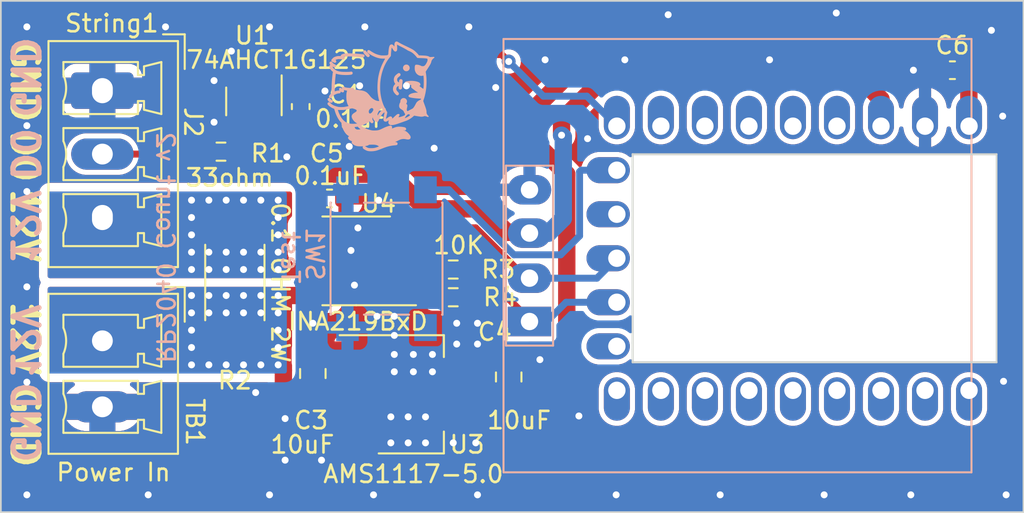
<source format=kicad_pcb>
(kicad_pcb (version 20240108) (generator "pcbnew") (generator_version "8.0")
  (title_block (title "RP2040 Count") (date "2024-02-11") (rev "v2"))
  (layers (0 "F.Cu" signal) (31 "B.Cu" signal) (34 "B.Paste" user) (35 "F.Paste" user) (36 "B.SilkS" user "B.Silkscreen") (37 "F.SilkS" user "F.Silkscreen") (38 "B.Mask" user) (39 "F.Mask" user) (44 "Edge.Cuts" user))
  (net 0 "")
  (net 1 "+5V")
  (net 2 "GND")
  (net 3 "VIN1")
  (net 4 "+3.3V")
  (net 5 "/DOUT1")
  (net 6 "VOUT1")
  (net 7 "I2C_SDA")
  (net 8 "I2C_SCL")
  (net 9 "Net-(R1-Pad2)")
  (net 10 "Net-(U4-A0)")
  (net 11 "Net-(U4-A1)")
  (net 12 "SW1")
  (net 13 "OUT1")
  (footprint "Resistor_SMD:R_2512_6332Metric_Pad1.40x3.35mm_HandSolder" (layer "F.Cu") (at 113 88.75 90)
    (property "Reference" "R2" (at -5.65 0 180) (layer "F.SilkS"))
    (property "Value" "0.1 OHM 2W" (at 0 2.62 -90) (layer "F.SilkS"))
    (pad "1" smd roundrect (at -3.05 0 90) (size 1.4 3.35) (layers "F.Cu" "F.Paste" "F.Mask") (roundrect_rratio 0.1785707143) (net 3 "VIN1"))
    (pad "2" smd roundrect (at 3.05 0 90) (size 1.4 3.35) (layers "F.Cu" "F.Paste" "F.Mask") (roundrect_rratio 0.1785707143) (net 6 "VOUT1"))
  )
  (footprint "Connector_Phoenix_MC:PhoenixContact_MCV_1,5_2-G-3.81_1x02_P3.81mm_Vertical" (layer "F.Cu") (at 105.3575 92.1125 -90)
    (property "Reference" "TB1" (at 4.6875 -5.3425 -90) (layer "F.SilkS"))
    (property "Value" "Power In" (at 7.5875 -0.6425 0) (layer "F.SilkS"))
    (pad "1" thru_hole roundrect (at 0 0 270) (size 1.8 3.6) (drill 1.2) (layers "*.Cu" "*.Mask") (roundrect_rratio 0.1388888889) (net 3 "VIN1"))
    (pad "2" thru_hole oval (at 3.81 0 270) (size 1.8 3.6) (drill 1.2) (layers "*.Cu" "*.Mask") (net 2 "GND") (thermal_bridge_width 1.5))
  )
  (footprint "Resistor_SMD:R_0603_1608Metric_Pad0.98x0.95mm_HandSolder" (layer "F.Cu") (at 125.6 88)
    (property "Reference" "R3" (at 2.6 0 0) (layer "F.SilkS"))
    (property "Value" "10K" (at 0.3125 -1.4 0) (layer "F.SilkS"))
    (pad "1" smd roundrect (at -0.9125 0) (size 0.975 0.95) (layers "F.Cu" "F.Paste" "F.Mask") (net 10 "Net-(U4-A0)"))
    (pad "2" smd roundrect (at 0.9125 0) (size 0.975 0.95) (layers "F.Cu" "F.Paste" "F.Mask") (net 2 "GND"))
  )
  (footprint "Capacitor_SMD:C_0603_1608Metric_Pad1.08x0.95mm_HandSolder" (layer "F.Cu") (at 154.4 76.5)
    (property "Reference" "C6" (at 0 -1.43 0) (layer "F.SilkS"))
    (property "Value" "0.1uF")
    (pad "1" smd roundrect (at -0.8625 0) (size 1.075 0.95) (layers "F.Cu" "F.Paste" "F.Mask") (net 2 "GND") (thermal_gap 0.25))
    (pad "2" smd roundrect (at 0.8625 0) (size 1.075 0.95) (layers "F.Cu" "F.Paste" "F.Mask") (net 1 "+5V"))
  )
  (footprint "Capacitor_SMD:C_0603_1608Metric_Pad1.08x0.95mm_HandSolder" (layer "F.Cu") (at 116.8 78.6 90)
    (property "Reference" "C1" (at 0.7 2.6 180) (layer "F.SilkS"))
    (property "Value" "0.1uF" (at -0.7 2.9 180) (layer "F.SilkS"))
    (pad "1" smd roundrect (at -0.8625 0 90) (size 1.075 0.95) (layers "F.Cu" "F.Paste" "F.Mask") (net 1 "+5V"))
    (pad "2" smd roundrect (at 0.8625 0 90) (size 1.075 0.95) (layers "F.Cu" "F.Paste" "F.Mask") (net 2 "GND") (thermal_gap 0.25))
  )
  (footprint "Package_SO:TSOP-5_1.65x3.05mm_P0.95mm" (layer "F.Cu") (at 114.1 78.3 -90)
    (property "Reference" "U1" (at -3.8 0.1 180) (layer "F.SilkS"))
    (property "Value" "74AHCT1G125" (at -2.4 -1.3 180) (layer "F.SilkS"))
    (pad "1" smd rect (at -1.16 -0.95 270) (size 0.7 0.51) (layers "F.Cu" "F.Paste" "F.Mask") (net 2 "GND") (thermal_gap 0.25))
    (pad "2" smd rect (at -1.16 0 270) (size 0.7 0.51) (layers "F.Cu" "F.Paste" "F.Mask") (net 13 "OUT1"))
    (pad "3" smd rect (at -1.16 0.95 270) (size 0.7 0.51) (layers "F.Cu" "F.Paste" "F.Mask") (net 2 "GND") (thermal_gap 0.25))
    (pad "4" smd rect (at 1.16 0.95 270) (size 0.7 0.51) (layers "F.Cu" "F.Paste" "F.Mask") (net 9 "Net-(R1-Pad2)"))
    (pad "5" smd rect (at 1.16 -0.95 270) (size 0.7 0.51) (layers "F.Cu" "F.Paste" "F.Mask") (net 1 "+5V"))
  )
  (footprint "Package_SO:SOIC-8_3.9x4.9mm_P1.27mm" (layer "F.Cu") (at 120 87.5 180)
    (property "Reference" "U4" (at -1.3 3.3 0) (layer "F.SilkS"))
    (property "Value" "INA219BxD" (at -0.1 -3.5 0) (layer "F.SilkS"))
    (pad "1" smd roundrect (at -2.475 -1.905 180) (size 1.95 0.6) (layers "F.Cu" "F.Paste" "F.Mask") (net 11 "Net-(U4-A1)"))
    (pad "2" smd roundrect (at -2.475 -0.635 180) (size 1.95 0.6) (layers "F.Cu" "F.Paste" "F.Mask") (net 10 "Net-(U4-A0)"))
    (pad "3" smd roundrect (at -2.475 0.635 180) (size 1.95 0.6) (layers "F.Cu" "F.Paste" "F.Mask") (net 7 "I2C_SDA"))
    (pad "4" smd roundrect (at -2.475 1.905 180) (size 1.95 0.6) (layers "F.Cu" "F.Paste" "F.Mask") (net 8 "I2C_SCL"))
    (pad "5" smd roundrect (at 2.475 1.905 180) (size 1.95 0.6) (layers "F.Cu" "F.Paste" "F.Mask") (net 4 "+3.3V"))
    (pad "6" smd roundrect (at 2.475 0.635 180) (size 1.95 0.6) (layers "F.Cu" "F.Paste" "F.Mask") (net 2 "GND"))
    (pad "7" smd roundrect (at 2.475 -0.635 180) (size 1.95 0.6) (layers "F.Cu" "F.Paste" "F.Mask") (net 6 "VOUT1"))
    (pad "8" smd roundrect (at 2.475 -1.905 180) (size 1.95 0.6) (layers "F.Cu" "F.Paste" "F.Mask") (net 3 "VIN1"))
  )
  (footprint "Capacitor_SMD:C_0805_2012Metric_Pad1.18x1.45mm_HandSolder" (layer "F.Cu") (at 128.8 94.2 90)
    (property "Reference" "C4" (at 2.6 -0.8 180) (layer "F.SilkS"))
    (property "Value" "10uF" (at -2.5 0.6 180) (layer "F.SilkS"))
    (pad "1" smd roundrect (at -1.0375 0 90) (size 1.175 1.45) (layers "F.Cu" "F.Paste" "F.Mask") (roundrect_rratio 0.2127659574) (net 1 "+5V"))
    (pad "2" smd roundrect (at 1.0375 0 90) (size 1.175 1.45) (layers "F.Cu" "F.Paste" "F.Mask") (roundrect_rratio 0.2127659574) (net 2 "GND"))
  )
  (footprint "mcu:rp2040-zero-tht" (layer "F.Cu") (at 145.2 87.35 -90)
    (property "Reference" "U2" (hide yes))
    (property "Value" "rp2040-zero" (hide yes))
    (fp_line (start -6 9.25) (end 6 9.25) (stroke (width 0.12)) (layer "Edge.Cuts"))
    (fp_line (start 6 9.25) (end 6 -11.75) (stroke (width 0.12)) (layer "Edge.Cuts"))
    (fp_line (start -6 -11.75) (end -6 9.25) (stroke (width 0.12)) (layer "Edge.Cuts"))
    (pad "1" thru_hole oval (at 7.62 -10.16 90) (size 2.5 1.5) (drill 1 (offset -0.5 0)) (layers "*.Cu" "*.Mask"))
    (pad "2" thru_hole oval (at 7.62 -7.62 90) (size 2.5 1.5) (drill 1 (offset -0.5 0)) (layers "*.Cu" "*.Mask"))
    (pad "3" thru_hole oval (at 7.62 -5.08 90) (size 2.5 1.5) (drill 1 (offset -0.5 0)) (layers "*.Cu" "*.Mask"))
    (pad "4" thru_hole oval (at 7.62 -2.54 90) (size 2.5 1.5) (drill 1 (offset -0.5 0)) (layers "*.Cu" "*.Mask"))
    (pad "5" thru_hole oval (at 7.62 0 90) (size 2.5 1.5) (drill 1 (offset -0.5 0)) (layers "*.Cu" "*.Mask"))
    (pad "6" thru_hole oval (at 7.62 2.54 90) (size 2.5 1.5) (drill 1 (offset -0.5 0)) (layers "*.Cu" "*.Mask"))
    (pad "7" thru_hole oval (at 7.62 5.08 90) (size 2.5 1.5) (drill 1 (offset -0.5 0)) (layers "*.Cu" "*.Mask"))
    (pad "8" thru_hole oval (at 7.62 7.62 90) (size 2.5 1.5) (drill 1 (offset -0.5 0)) (layers "*.Cu" "*.Mask"))
    (pad "9" thru_hole oval (at 7.62 10.16 90) (size 2.5 1.5) (drill 1 (offset -0.5 0)) (layers "*.Cu" "*.Mask"))
    (pad "10" thru_hole oval (at 5.08 10.16) (size 2.5 1.5) (drill 1 (offset -0.5 0)) (layers "*.Cu" "*.Mask"))
    (pad "11" thru_hole oval (at 2.54 10.16) (size 2.5 1.5) (drill 1 (offset -0.5 0)) (layers "*.Cu" "*.Mask") (net 7 "I2C_SDA"))
    (pad "12" thru_hole oval (at 0 10.16) (size 2.5 1.5) (drill 1 (offset -0.5 0)) (layers "*.Cu" "*.Mask") (net 8 "I2C_SCL"))
    (pad "13" thru_hole oval (at -2.54 10.16) (size 2.5 1.5) (drill 1 (offset -0.5 0)) (layers "*.Cu" "*.Mask"))
    (pad "14" thru_hole oval (at -5.08 10.16) (size 2.5 1.5) (drill 1 (offset -0.5 0)) (layers "*.Cu" "*.Mask") (net 12 "SW1"))
    (pad "15" thru_hole oval (at -7.62 10.16 270) (size 2.5 1.5) (drill 1 (offset -0.5 0)) (layers "*.Cu" "*.Mask") (net 13 "OUT1"))
    (pad "16" thru_hole oval (at -7.62 7.62 270) (size 2.5 1.5) (drill 1 (offset -0.5 0)) (layers "*.Cu" "*.Mask"))
    (pad "17" thru_hole oval (at -7.62 5.08 270) (size 2.5 1.5) (drill 1 (offset -0.5 0)) (layers "*.Cu" "*.Mask"))
    (pad "18" thru_hole oval (at -7.62 2.54 270) (size 2.5 1.5) (drill 1 (offset -0.5 0)) (layers "*.Cu" "*.Mask"))
    (pad "19" thru_hole oval (at -7.62 0 270) (size 2.5 1.5) (drill 1 (offset -0.5 0)) (layers "*.Cu" "*.Mask"))
    (pad "20" thru_hole oval (at -7.62 -2.54 270) (size 2.5 1.5) (drill 1 (offset -0.5 0)) (layers "*.Cu" "*.Mask"))
    (pad "21" thru_hole oval (at -7.62 -5.08 270) (size 2.5 1.5) (drill 1 (offset -0.5 0)) (layers "*.Cu" "*.Mask") (net 4 "+3.3V"))
    (pad "22" thru_hole oval (at -7.62 -7.62 270) (size 2.5 1.5) (drill 1 (offset -0.5 0)) (layers "*.Cu" "*.Mask") (net 2 "GND"))
    (pad "23" thru_hole oval (at -7.62 -10.16 270) (size 2.5 1.5) (drill 1 (offset -0.5 0)) (layers "*.Cu" "*.Mask") (net 1 "+5V"))
  )
  (footprint "Resistor_SMD:R_0603_1608Metric_Pad0.98x0.95mm_HandSolder" (layer "F.Cu") (at 112.2 81.2)
    (property "Reference" "R1" (at 2.7 0.1 0) (layer "F.SilkS"))
    (property "Value" "33ohm" (at 0.5 1.5 0) (layer "F.SilkS"))
    (pad "1" smd roundrect (at -0.9125 0) (size 0.975 0.95) (layers "F.Cu" "F.Paste" "F.Mask") (net 5 "/DOUT1"))
    (pad "2" smd roundrect (at 0.9125 0) (size 0.975 0.95) (layers "F.Cu" "F.Paste" "F.Mask") (net 9 "Net-(R1-Pad2)"))
  )
  (footprint "Package_TO_SOT_SMD:SOT-223-3_TabPin2" (layer "F.Cu") (at 123.15 95.2)
    (property "Reference" "U3" (at 3.25 2.9 0) (layer "F.SilkS"))
    (property "Value" "AMS1117-5.0" (at 0.15 4.6 0) (layer "F.SilkS"))
    (pad "1" smd rect (at -3.15 -2.3) (size 2 1.5) (layers "F.Cu" "F.Paste" "F.Mask") (net 2 "GND") (thermal_bridge_width 2) (thermal_gap 0.25))
    (pad "2" smd rect (at -3.15 0) (size 2 1.5) (layers "F.Cu" "F.Paste" "F.Mask") (net 1 "+5V"))
    (pad "2" smd rect (at 3.15 0) (size 2 3.8) (layers "F.Cu" "F.Paste" "F.Mask") (net 1 "+5V"))
    (pad "3" smd rect (at -3.15 2.3) (size 2 1.5) (layers "F.Cu" "F.Paste" "F.Mask") (net 3 "VIN1"))
  )
  (footprint "Capacitor_SMD:C_0603_1608Metric_Pad1.08x0.95mm_HandSolder" (layer "F.Cu") (at 118.4625 83.9)
    (property "Reference" "C5" (at -0.1625 -2.6 0) (layer "F.SilkS"))
    (property "Value" "0.1uF" (at 0.0375 -1.3 0) (layer "F.SilkS"))
    (pad "1" smd roundrect (at -0.8625 0) (size 1.075 0.95) (layers "F.Cu" "F.Paste" "F.Mask") (net 4 "+3.3V"))
    (pad "2" smd roundrect (at 0.8625 0) (size 1.075 0.95) (layers "F.Cu" "F.Paste" "F.Mask") (net 2 "GND"))
  )
  (footprint "Capacitor_SMD:C_0805_2012Metric_Pad1.18x1.45mm_HandSolder" (layer "F.Cu") (at 117.5 94 90)
    (property "Reference" "C3" (at -2.7 -0.1 180) (layer "F.SilkS"))
    (property "Value" "10uF" (at -4.1 -0.6 180) (layer "F.SilkS"))
    (pad "1" smd roundrect (at -1.0375 0 90) (size 1.175 1.45) (layers "F.Cu" "F.Paste" "F.Mask") (roundrect_rratio 0.2127659574) (net 3 "VIN1"))
    (pad "2" smd roundrect (at 1.0375 0 90) (size 1.175 1.45) (layers "F.Cu" "F.Paste" "F.Mask") (roundrect_rratio 0.2127659574) (net 2 "GND") (thermal_bridge_width 1.5) (thermal_gap 0.25))
  )
  (footprint "Resistor_SMD:R_0603_1608Metric_Pad0.98x0.95mm_HandSolder" (layer "F.Cu") (at 125.6 89.6)
    (property "Reference" "R4" (at 2.7 0 0) (layer "F.SilkS"))
    (property "Value" "10K")
    (pad "1" smd roundrect (at -0.9125 0) (size 0.975 0.95) (layers "F.Cu" "F.Paste" "F.Mask") (net 11 "Net-(U4-A1)"))
    (pad "2" smd roundrect (at 0.9125 0) (size 0.975 0.95) (layers "F.Cu" "F.Paste" "F.Mask") (net 2 "GND"))
  )
  (footprint "Scotts:PhoenixContact_MCV_3.81mm_3.5mm_1x03_Vertical" (layer "F.Cu") (at 105.3575 77.53 -90)
    (property "Reference" "J2" (at 1.97 -5.2425 -90) (layer "F.SilkS"))
    (property "Value" "String1" (at -3.73 -0.5425 0) (layer "F.SilkS"))
    (pad "1" thru_hole roundrect (at 0.15 0 270) (size 2.1 3.6) (drill oval 1.45 1.2) (layers "*.Cu" "*.Mask") (roundrect_rratio 0.1388890476) (net 2 "GND") (thermal_bridge_width 1.5))
    (pad "2" thru_hole oval (at 3.81 0 270) (size 1.8 3.6) (drill 1.2) (layers "*.Cu" "*.Mask") (net 5 "/DOUT1"))
    (pad "3" thru_hole oval (at 7.47 0 270) (size 2.1 3.6) (drill oval 1.45 1.2) (layers "*.Cu" "*.Mask") (net 6 "VOUT1"))
  )
  (footprint "Scotts:chewi_10" (layer "B.Cu") (at 122.2 78.15 90)
    (property "Reference" "G***")
    (property "Value" "LOGO" (hide yes))
  )
  (footprint "Scotts:OLED-SSD1306-128X64-I2C-THT_SCOTT2" (layer "B.Cu") (at 130 87.2 -90)
    (property "Reference" "J3" (hide yes))
    (property "Value" "OLED")
    (pad "1" thru_hole rect (at 3.8 0 270) (size 1.7 2.5) (drill 1) (layers "*.Cu" "*.Mask") (net 7 "I2C_SDA"))
    (pad "2" thru_hole oval (at 1.3 0 270) (size 1.7 2.5) (drill 1) (layers "*.Cu" "*.Mask") (net 8 "I2C_SCL"))
    (pad "3" thru_hole oval (at -1.3 0 270) (size 1.7 2.5) (drill 1) (layers "*.Cu" "*.Mask") (net 4 "+3.3V"))
    (pad "4" thru_hole oval (at -3.8 0 270) (size 1.7 2.5) (drill 1) (layers "*.Cu" "*.Mask") (net 2 "GND"))
  )
  (footprint "Button_Switch_SMD:SW_Push_1P1T_NO_6x6mm_H9.5mm" (layer "B.Cu") (at 121.75 87.375 90)
    (property "Reference" "SW1" (at 0.275 -4.15 -90) (layer "B.SilkS") (effects (justify mirror)))
    (property "Value" "Test" (at 0.075 -5.55 -90) (layer "B.SilkS") (effects (justify mirror)))
    (pad "1" smd rect (at -3.975 2.25 90) (size 1.55 1.3) (layers "B.Cu" "B.Paste" "B.Mask") (net 12 "SW1"))
    (pad "1" smd rect (at 3.975 2.25 90) (size 1.55 1.3) (layers "B.Cu" "B.Paste" "B.Mask") (net 12 "SW1"))
    (pad "2" smd rect (at -3.975 -2.25 90) (size 1.55 1.3) (layers "B.Cu" "B.Paste" "B.Mask") (net 2 "GND"))
    (pad "2" smd rect (at 3.975 -2.25 90) (size 1.55 1.3) (layers "B.Cu" "B.Paste" "B.Mask") (net 2 "GND"))
  )
  (gr_line (start 156.95 81.35) (end 156.95 93.35) (stroke (width 0.1)) (layer "Edge.Cuts"))
  (gr_rect (start 99.5 72.5) (end 158.5 102) (stroke (width 0.1)) (fill none) (layer "Edge.Cuts"))
  (gr_text "GND" (at 100 99.3 -90) (layer "B.SilkS") (effects (font (size 1.5 1.5) (thickness 0.3) (bold yes)) (justify left bottom mirror)))
  (gr_text "12V" (at 100 94.4 -90) (layer "B.SilkS") (effects (font (size 1.5 1.5) (thickness 0.3) (bold yes)) (justify left bottom mirror)))
  (gr_text "D0" (at 100 83 -90) (layer "B.SilkS") (effects (font (size 1.5 1.5) (thickness 0.3) (bold yes)) (justify left bottom mirror)))
  (gr_text "12V" (at 100 87.8 -90) (layer "B.SilkS") (effects (font (size 1.5 1.5) (thickness 0.3) (bold yes)) (justify left bottom mirror)))
  (gr_text "GND" (at 100 79.4 -90) (layer "B.SilkS") (effects (font (size 1.5 1.5) (thickness 0.3) (bold yes)) (justify left bottom mirror)))
  (gr_text "${TITLE} ${REVISION}" (at 108.4 93.5 270) (layer "B.SilkS") (effects (font (size 1 1)) (justify left bottom mirror)))
  (gr_text "12V" (at 100 83.2 -90) (layer "F.SilkS") (effects (font (size 1.5 1.5) (thickness 0.3) (bold yes)) (justify left bottom)))
  (gr_text "GND" (at 100 74.7 270) (layer "F.SilkS") (effects (font (size 1.5 1.5) (thickness 0.3) (bold yes)) (justify left bottom)))
  (gr_text "GND" (at 100 94.6 270) (layer "F.SilkS") (effects (font (size 1.5 1.5) (thickness 0.3) (bold yes)) (justify left bottom)))
  (gr_text "12V" (at 100 89.7 -90) (layer "F.SilkS") (effects (font (size 1.5 1.5) (thickness 0.3) (bold yes)) (justify left bottom)))
  (gr_text "D0" (at 100 79.8 270) (layer "F.SilkS") (effects (font (size 1.5 1.5) (thickness 0.3) (bold yes)) (justify left bottom)))
  (segment (start 134.3 74.7) (end 154.7375 74.7) (width 1) (layer "F.Cu") (net 1))
  (segment (start 129.1125 79.4625) (end 129.5375 79.4625) (width 1) (layer "F.Cu") (net 1))
  (segment (start 126.3 95.2) (end 120 95.2) (width 1) (layer "F.Cu") (net 1))
  (segment (start 132.15 82.5) (end 129.1125 79.4625) (width 1) (layer "F.Cu") (net 1))
  (segment (start 155.35 76.5875) (end 155.35 79.72) (width 1) (layer "F.Cu") (net 1))
  (segment (start 129.5375 79.4625) (end 134.3 74.7) (width 1) (layer "F.Cu") (net 1))
  (segment (start 128.7625 95.2) (end 126.3 95.2) (width 1) (layer "F.Cu") (net 1))
  (segment (start 128.8 95.2375) (end 128.7625 95.2) (width 1) (layer "F.Cu") (net 1))
  (segment (start 128.8375 95.2) (end 128.8 95.2375) (width 1) (layer "F.Cu") (net 1))
  (segment (start 155.35 79.72) (end 155.36 79.73) (width 1) (layer "F.Cu") (net 1))
  (segment (start 115.05 79.46) (end 116.7975 79.46) (width 1) (layer "F.Cu") (net 1))
  (segment (start 155.2625 75.225) (end 155.2625 76.5) (width 1) (layer "F.Cu") (net 1))
  (segment (start 154.7375 74.7) (end 155.2625 75.225) (width 1) (layer "F.Cu") (net 1))
  (segment (start 131.5 95.2375) (end 132.15 94.5875) (width 1) (layer "F.Cu") (net 1))
  (segment (start 116.7975 79.46) (end 116.8 79.4625) (width 1) (layer "F.Cu") (net 1))
  (segment (start 128.8 95.2375) (end 131.5 95.2375) (width 1) (layer "F.Cu") (net 1))
  (segment (start 132.15 94.5875) (end 132.15 82.5) (width 1) (layer "F.Cu") (net 1))
  (segment (start 155.2625 76.5) (end 155.35 76.5875) (width 1) (layer "F.Cu") (net 1))
  (segment (start 129.1125 79.4625) (end 116.8 79.4625) (width 1) (layer "F.Cu") (net 1))
  (segment (start 119.4 86.6) (end 119.4 83.975) (width 0.4) (layer "F.Cu") (net 2))
  (segment (start 119.7 86.9) (end 119.4 86.6) (width 0.4) (layer "F.Cu") (net 2))
  (segment (start 119.665 86.865) (end 119.7 86.9) (width 0.4) (layer "F.Cu") (net 2))
  (segment (start 119.4 83.975) (end 119.325 83.9) (width 0.4) (layer "F.Cu") (net 2))
  (segment (start 117.525 86.865) (end 119.665 86.865) (width 0.4) (layer "F.Cu") (net 2))
  (via (at 119.9 88.9) (size 0.8) (drill 0.4) (layers "F.Cu" "B.Cu") (net 2))
  (via (at 124.4 93.9) (size 0.8) (drill 0.4) (layers "F.Cu" "B.Cu") (net 2))
  (via (at 118 99) (size 0.8) (drill 0.4) (layers "F.Cu" "B.Cu") (net 2))
  (via (at 125.8 92.3) (size 0.8) (drill 0.4) (layers "F.Cu" "B.Cu") (net 2))
  (via (at 108 101) (size 0.8) (drill 0.4) (layers "F.Cu" "B.Cu") (net 2))
  (via (at 115.9 99) (size 0.8) (drill 0.4) (layers "F.Cu" "B.Cu") (net 2))
  (via (at 101 74) (size 0.8) (drill 0.4) (layers "F.Cu" "B.Cu") (net 2))
  (via (at 133.35 80.45) (size 0.8) (drill 0.4) (layers "F.Cu" "B.Cu") (net 2))
  (via (at 111.8 79.5) (size 0.8) (drill 0.4) (layers "F.Cu" "B.Cu") (net 2))
  (via (at 156.65 74.2) (size 0.8) (drill 0.4) (layers "F.Cu" "B.Cu") (net 2))
  (via (at 152 101) (size 0.8) (drill 0.4) (layers "F.Cu" "B.Cu") (net 2))
  (via (at 125.6 98) (size 0.8) (drill 0.4) (layers "F.Cu" "B.Cu") (net 2))
  (via (at 122.2 93.9) (size 0.8) (drill 0.4) (layers "F.Cu" "B.Cu") (net 2))
  (via (at 122.2 90.7) (size 0.8) (drill 0.4) (layers "F.Cu" "B.Cu") (net 2))
  (via (at 114.2 95.1) (size 0.8) (drill 0.4) (layers "F.Cu" "B.Cu") (net 2))
  (via (at 124.5 81) (size 0.8) (drill 0.4) (layers "F.Cu" "B.Cu") (net 2))
  (via (at 123.3 92.9) (size 0.8) (drill 0.4) (layers "F.Cu" "B.Cu") (net 2))
  (via (at 138 73.3) (size 0.8) (drill 0.4) (layers "F.Cu" "B.Cu") (net 2))
  (via (at 111.8 77.1) (size 0.8) (drill 0.4) (layers "F.Cu" "B.Cu") (net 2))
  (via (at 126.5 74) (size 0.8) (drill 0.4) (layers "F.Cu" "B.Cu") (net 2))
  (via (at 122 96.5) (size 0.8) (drill 0.4) (layers "F.Cu" "B.Cu") (net 2))
  (via (at 128.05 77.5) (size 0.8) (drill 0.4) (layers "F.Cu" "B.Cu") (net 2))
  (via (at 101 94.5) (size 0.8) (drill 0.4) (layers "F.Cu" "B.Cu") (net 2))
  (via (at 112.8 75.4) (size 0.8) (drill 0.4) (layers "F.Cu" "B.Cu") (net 2))
  (via (at 132.85 96.45) (size 0.8) (drill 0.4) (layers "F.Cu" "B.Cu") (net 2))
  (via (at 124.4 92.9) (size 0.8) (drill 0.4) (layers "F.Cu" "B.Cu") (net 2))
  (via (at 124 96.5) (size 0.8) (drill 0.4) (layers "F.Cu" "B.Cu") (net 2))
  (via (at 116 81.5) (size 0.8) (drill 0.4) (layers "F.Cu" "B.Cu") (net 2))
  (via (at 122 98) (size 0.8) (drill 0.4) (layers "F.Cu" "B.Cu") (net 2))
  (via (at 120.5 74) (size 0.8) (drill 0.4) (layers "F.Cu" "B.Cu") (net 2))
  (via (at 157.35 94.45) (size 0.8) (drill 0.4) (layers "F.Cu" "B.Cu") (net 2))
  (via (at 121.2 90.7) (size 0.8) (drill 0.4) (layers "F.Cu" "B.Cu") (net 2))
  (via (at 122.9 77.4) (size 0.8) (drill 0.4) (layers "F.Cu" "B.Cu") (net 2))
  (via (at 101 83.5) (size 0.8) (drill 0.4) (layers "F.Cu" "B.Cu") (net 2))
  (via (at 120.2 77.4) (size 0.8) (drill 0.4) (layers "F.Cu" "B.Cu") (net 2))
  (via (at 147 101) (size 0.8) (drill 0.4) (layers "F.Cu" "B.Cu") (net 2))
  (via (at 119.7 86.9) (size 0.8) (drill 0.4) (layers "F.Cu" "B.Cu") (net 2))
  (via (at 141 101) (size 0.8) (drill 0.4) (layers "F.Cu" "B.Cu") (net 2))
  (via (at 122.2 92.9) (size 0.8) (drill 0.4) (layers "F.Cu" "B.Cu") (net 2))
  (via (at 157.5 101) (size 0.8) (drill 0.4) (layers "F.Cu" "B.Cu") (net 2))
  (via (at 101 89) (size 0.8) (drill 0.4) (layers "F.Cu" "B.Cu") (net 2))
  (via (at 127 92.3) (size 0.8) (drill 0.4) (layers "F.Cu" "B.Cu") (net 2))
  (via (at 120.1 85.6) (size 0.8) (drill 0.4) (layers "F.Cu" "B.Cu") (net 2))
  (via (at 135.5 75.9) (size 0.8) (drill 0.4) (layers "F.Cu" "B.Cu") (net 2))
  (via (at 118.2 77.7) (size 0.8) (drill 0.4) (layers "F.Cu" "B.Cu") (net 2))
  (via (at 157.3 79.15) (size 0.8) (drill 0.4) (layers "F.Cu" "B.Cu") (net 2))
  (via (at 122.2 91.8) (size 0.8) (drill 0.4) (layers "F.Cu" "B.Cu") (net 2))
  (via (at 126.9 98) (size 0.8) (drill 0.4) (layers "F.Cu" "B.Cu") (net 2))
  (via (at 121 101) (size 0.8) (drill 0.4) (layers "F.Cu" "B.Cu") (net 2))
  (via (at 109 74) (size 0.8) (drill 0.4) (layers "F.Cu" "B.Cu") (net 2))
  (via (at 123 98) (size 0.8) (drill 0.4) (layers "F.Cu" "B.Cu") (net 2))
  (via (at 135 101) (size 0.8) (drill 0.4) (layers "F.Cu" "B.Cu") (net 2))
  (via (at 130.6 93.2) (size 0.8) (drill 0.4) (layers "F.Cu" "B.Cu") (net 2))
  (via (at 115 74) (size 0.8) (drill 0.4) (layers "F.Cu" "B.Cu") (net 2))
  (via (at 124 98) (size 0.8) (drill 0.4) (layers "F.Cu" "B.Cu") (net 2))
  (via (at 101 79.7) (size 0.8) (drill 0.4) (layers "F.Cu" "B.Cu") (net 2))
  (via (at 117.5 91.1) (size 0.8) (drill 0.4) (layers "F.Cu" "B.Cu") (net 2))
  (via (at 101 101) (size 0.8) (drill 0.4) (layers "F.Cu" "B.Cu") (net 2))
  (via (at 121.3 84) (size 0.8) (drill 0.4) (layers "F.Cu" "B.Cu") (net 2))
  (via (at 143.85 75.9) (size 0.8) (drill 0.4) (layers "F.Cu" "B.Cu") (net 2))
  (via (at 147.7 73.2) (size 0.8) (drill 0.4) (layers "F.Cu" "B.Cu") (net 2))
  (via (at 152.15 76.5) (size 0.8) (drill 0.4) (layers "F.Cu" "B.Cu") (net 2))
  (via (at 115.9 96.6) (size 0.8) (drill 0.4) (layers "F.Cu" "B.Cu") (net 2))
  (via (at 130.9 75.9) (size 0.8) (drill 0.4) (layers "F.Cu" "B.Cu") (net 2))
  (via (at 125.8 91.1) (size 0.8) (drill 0.4) (layers "F.Cu" "B.Cu") (net 2))
  (via (at 127 101) (size 0.8) (drill 0.4) (layers "F.Cu" "B.Cu") (net 2))
  (via (at 123.3 93.9) (size 0.8) (drill 0.4) (layers "F.Cu" "B.Cu") (net 2))
  (via (at 123 96.5) (size 0.8) (drill 0.4) (layers "F.Cu" "B.Cu") (net 2))
  (via (at 127 91.1) (size 0.8) (drill 0.4) (layers "F.Cu" "B.Cu") (net 2))
  (via (at 119.6 80.9) (size 0.8) (drill 0.4) (layers "F.Cu" "B.Cu") (net 2))
  (via (at 115 101) (size 0.8) (drill 0.4) (layers "F.Cu" "B.Cu") (net 2))
  (segment (start 120 97.5) (end 118 97.5) (width 1) (layer "F.Cu") (net 3))
  (segment (start 115.8 95.0375) (end 115.8 93.8) (width 1) (layer "F.Cu") (net 3))
  (segment (start 117.5 95.0375) (end 115.8 95.0375) (width 1) (layer "F.Cu") (net 3))
  (segment (start 115.8 93.8) (end 115.5 93.5) (width 1) (layer "F.Cu") (net 3))
  (segment (start 118 97.5) (end 117.5 97) (width 1) (layer "F.Cu") (net 3))
  (segment (start 117.5 97) (end 117.5 95.0375) (width 1) (layer "F.Cu") (net 3))
  (via (at 113.5 90.5) (size 0.8) (drill 0.4) (layers "F.Cu" "B.Cu") (net 3))
  (via (at 114.5 90.5) (size 0.8) (drill 0.4) (layers "F.Cu" "B.Cu") (net 3))
  (via (at 112.5 93.5) (size 0.8) (drill 0.4) (layers "F.Cu" "B.Cu") (net 3))
  (via (at 115.5 92.5) (size 0.8) (drill 0.4) (layers "F.Cu" "B.Cu") (net 3))
  (via (at 115.5 89.5) (size 0.8) (drill 0.4) (layers "F.Cu" "B.Cu") (net 3))
  (via (at 111.5 93.5) (size 0.8) (drill 0.4) (layers "F.Cu" "B.Cu") (net 3))
  (via (at 113.5 89.5) (size 0.8) (drill 0.4) (layers "F.Cu" "B.Cu") (net 3))
  (via (at 111.5 90.5) (size 0.8) (drill 0.4) (layers "F.Cu" "B.Cu") (net 3))
  (via (at 112.5 89.5) (size 0.8) (drill 0.4) (layers "F.Cu" "B.Cu") (net 3))
  (via (at 113.5 93.5) (size 0.8) (drill 0.4) (layers "F.Cu" "B.Cu") (net 3))
  (via (at 110.5 89.5) (size 0.8) (drill 0.4) (layers "F.Cu" "B.Cu") (net 3))
  (via (at 114.5 89.5) (size 0.8) (drill 0.4) (layers "F.Cu" "B.Cu") (net 3))
  (via (at 114.5 93.5) (size 0.8) (drill 0.4) (layers "F.Cu" "B.Cu") (net 3))
  (via (at 110.5 93.5) (size 0.8) (drill 0.4) (layers "F.Cu" "B.Cu") (net 3))
  (via (at 115.5 93.5) (size 0.8) (drill 0.4) (layers "F.Cu" "B.Cu") (net 3))
  (via (at 111.5 89.5) (size 0.8) (drill 0.4) (layers "F.Cu" "B.Cu") (net 3))
  (via (at 115.5 91.5) (size 0.8) (drill 0.4) (layers "F.Cu" "B.Cu") (net 3))
  (via (at 115.5 90.5) (size 0.8) (drill 0.4) (layers "F.Cu" "B.Cu") (net 3))
  (via (at 110.5 91.5) (size 0.8) (drill 0.4) (layers "F.Cu" "B.Cu") (net 3))
  (via (at 110.5 90.5) (size 0.8) (drill 0.4) (layers "F.Cu" "B.Cu") (net 3))
  (via (at 112.5 90.5) (size 0.8) (drill 0.4) (layers "F.Cu" "B.Cu") (net 3))
  (via (at 110.5 92.5) (size 0.8) (drill 0.4) (layers "F.Cu" "B.Cu") (net 3))
  (segment (start 131.85 80.25) (end 131.85 79.4) (width 1) (layer "F.Cu") (net 4))
  (segment (start 122 82.5) (end 117.6 82.5) (width 1) (layer "F.Cu") (net 4))
  (segment (start 149.2 77.1) (end 150.28 78.18) (width 1) (layer "F.Cu") (net 4))
  (segment (start 117.6 82.5) (end 117.6 83.9) (width 1) (layer "F.Cu") (net 4))
  (segment (start 128.7 85.85) (end 127.35 84.5) (width 1) (layer "F.Cu") (net 4))
  (segment (start 117.525 83.975) (end 117.6 83.9) (width 1) (layer "F.Cu") (net 4))
  (segment (start 124 84.5) (end 122 82.5) (width 1) (layer "F.Cu") (net 4))
  (segment (start 134.15 77.1) (end 149.2 77.1) (width 1) (layer "F.Cu") (net 4))
  (segment (start 131.85 79.4) (end 134.15 77.1) (width 1) (layer "F.Cu") (net 4))
  (segment (start 117.525 85.595) (end 117.525 83.975) (width 1) (layer "F.Cu") (net 4))
  (segment (start 130 85.9) (end 129.95 85.85) (width 1) (layer "F.Cu") (net 4))
  (segment (start 129.95 85.85) (end 128.7 85.85) (width 1) (layer "F.Cu") (net 4))
  (segment (start 150.28 78.18) (end 150.28 79.73) (width 1) (layer "F.Cu") (net 4))
  (segment (start 127.35 84.5) (end 124 84.5) (width 1) (layer "F.Cu") (net 4))
  (via (at 131.85 80.25) (size 0.8) (drill 0.4) (layers "F.Cu" "B.Cu") (net 4))
  (segment (start 131.95 80.35) (end 131.95 85.05) (width 1) (layer "B.Cu") (net 4))
  (segment (start 131.85 80.25) (end 131.95 80.35) (width 1) (layer "B.Cu") (net 4))
  (segment (start 131.1 85.9) (end 130 85.9) (width 1) (layer "B.Cu") (net 4))
  (segment (start 131.95 85.05) (end 131.1 85.9) (width 1) (layer "B.Cu") (net 4))
  (segment (start 111.1475 81.34) (end 105.3575 81.34) (width 0.4) (layer "F.Cu") (net 5))
  (segment (start 111.2875 81.2) (end 111.1475 81.34) (width 0.4) (layer "F.Cu") (net 5))
  (via (at 115.5 86) (size 0.8) (drill 0.4) (layers "F.Cu" "B.Cu") (net 6))
  (via (at 115.5 85) (size 0.8) (drill 0.4) (layers "F.Cu" "B.Cu") (net 6))
  (via (at 112.5 84) (size 0.8) (drill 0.4) (layers "F.Cu" "B.Cu") (net 6))
  (via (at 111.5 84) (size 0.8) (drill 0.4) (layers "F.Cu" "B.Cu") (net 6))
  (via (at 115.5 84) (size 0.8) (drill 0.4) (layers "F.Cu" "B.Cu") (net 6))
  (via (at 115.5 87) (size 0.8) (drill 0.4) (layers "F.Cu" "B.Cu") (net 6))
  (via (at 110.5 85) (size 0.8) (drill 0.4) (layers "F.Cu" "B.Cu") (net 6))
  (via (at 112.5 88) (size 0.8) (drill 0.4) (layers "F.Cu" "B.Cu") (net 6))
  (via (at 114.5 84) (size 0.8) (drill 0.4) (layers "F.Cu" "B.Cu") (net 6))
  (via (at 110.5 86) (size 0.8) (drill 0.4) (layers "F.Cu" "B.Cu") (net 6))
  (via (at 111.5 88) (size 0.8) (drill 0.4) (layers "F.Cu" "B.Cu") (net 6))
  (via (at 113.5 88) (size 0.8) (drill 0.4) (layers "F.Cu" "B.Cu") (net 6))
  (via (at 110.5 88) (size 0.8) (drill 0.4) (layers "F.Cu" "B.Cu") (net 6))
  (via (at 110.5 87) (size 0.8) (drill 0.4) (layers "F.Cu" "B.Cu") (net 6))
  (via (at 111.5 87) (size 0.8) (drill 0.4) (layers "F.Cu" "B.Cu") (net 6))
  (via (at 115.5 88) (size 0.8) (drill 0.4) (layers "F.Cu" "B.Cu") (net 6))
  (via (at 110.5 84) (size 0.8) (drill 0.4) (layers "F.Cu" "B.Cu") (net 6))
  (via (at 114.5 87) (size 0.8) (drill 0.4) (layers "F.Cu" "B.Cu") (net 6))
  (via (at 113.5 84) (size 0.8) (drill 0.4) (layers "F.Cu" "B.Cu") (net 6))
  (via (at 113.5 87) (size 0.8) (drill 0.4) (layers "F.Cu" "B.Cu") (net 6))
  (via (at 112.5 87) (size 0.8) (drill 0.4) (layers "F.Cu" "B.Cu") (net 6))
  (via (at 114.5 88) (size 0.8) (drill 0.4) (layers "F.Cu" "B.Cu") (net 6))
  (segment (start 128.1 89) (end 128.1 87.8) (width 0.4) (layer "F.Cu") (net 7))
  (segment (start 130 91) (end 130 90.9) (width 0.4) (layer "F.Cu") (net 7))
  (segment (start 128.1 87.8) (end 127.165 86.865) (width 0.4) (layer "F.Cu") (net 7))
  (segment (start 130 90.9) (end 128.1 89) (width 0.4) (layer "F.Cu") (net 7))
  (segment (start 127.165 86.865) (end 122.475 86.865) (width 0.4) (layer "F.Cu") (net 7))
  (segment (start 132.11 89.89) (end 135.04 89.89) (width 0.4) (layer "B.Cu") (net 7))
  (segment (start 130 91) (end 131 91) (width 0.4) (layer "B.Cu") (net 7))
  (segment (start 131 91) (end 132.11 89.89) (width 0.4) (layer "B.Cu") (net 7))
  (segment (start 130 88.5) (end 129.8 88.5) (width 0.4) (layer "F.Cu") (net 8))
  (segment (start 129.8 88.5) (end 126.895 85.595) (width 0.4) (layer "F.Cu") (net 8))
  (segment (start 126.895 85.595) (end 122.475 85.595) (width 0.4) (layer "F.Cu") (net 8))
  (segment (start 130 88.5) (end 133.89 88.5) (width 0.4) (layer "B.Cu") (net 8))
  (segment (start 133.89 88.5) (end 135.04 87.35) (width 0.4) (layer "B.Cu") (net 8))
  (segment (start 113.15 81.1625) (end 113.1125 81.2) (width 0.4) (layer "F.Cu") (net 9))
  (segment (start 113.15 79.46) (end 113.15 81.1625) (width 0.4) (layer "F.Cu") (net 9))
  (segment (start 122.475 88.135) (end 124.5525 88.135) (width 0.4) (layer "F.Cu") (net 10))
  (segment (start 124.5525 88.135) (end 124.6875 88) (width 0.4) (layer "F.Cu") (net 10))
  (segment (start 124.4925 89.405) (end 124.6875 89.6) (width 0.4) (layer "F.Cu") (net 11))
  (segment (start 122.475 89.405) (end 124.4925 89.405) (width 0.4) (layer "F.Cu") (net 11))
  (segment (start 132.89 86.06) (end 131.8 87.15) (width 0.4) (layer "B.Cu") (net 12))
  (segment (start 129.1 87.15) (end 125.35 83.4) (width 0.4) (layer "B.Cu") (net 12))
  (segment (start 125.35 83.4) (end 124 83.4) (width 0.4) (layer "B.Cu") (net 12))
  (segment (start 131.8 87.15) (end 129.1 87.15) (width 0.4) (layer "B.Cu") (net 12))
  (segment (start 135.04 82.27) (end 132.98 82.27) (width 0.4) (layer "B.Cu") (net 12))
  (segment (start 132.98 82.27) (end 132.89 82.36) (width 0.4) (layer "B.Cu") (net 12))
  (segment (start 132.89 82.36) (end 132.89 86.06) (width 0.4) (layer "B.Cu") (net 12))
  (segment (start 114.1 76.1) (end 114.1 77.14) (width 0.4) (layer "F.Cu") (net 13))
  (segment (start 114.6 75.6) (end 114.1 76.1) (width 0.4) (layer "F.Cu") (net 13))
  (segment (start 128.8 76) (end 128.4 75.6) (width 0.4) (layer "F.Cu") (net 13))
  (segment (start 128.4 75.6) (end 114.6 75.6) (width 0.4) (layer "F.Cu") (net 13))
  (via (at 128.8 76) (size 0.8) (drill 0.4) (layers "F.Cu" "B.Cu") (net 13))
  (segment (start 128.8 76) (end 130.8 78) (width 0.4) (layer "B.Cu") (net 13))
  (segment (start 130.8 78) (end 133.31 78) (width 0.4) (layer "B.Cu") (net 13))
  (segment (start 133.31 78) (end 135.04 79.73) (width 0.4) (layer "B.Cu") (net 13))
  (zone (net 6) (net_name "VOUT1") (layer "F.Cu") (priority 4) (connect_pads yes (clearance 0.5)) (min_thickness 0.25) (fill yes (thermal_gap 0.5) (thermal_bridge_width 0.5))
    (polygon (pts (xy 102.2 83.5) (xy 116.3 83.5) (xy 116.3 87.6) (xy 118.7 87.6) (xy 118.7 88.5) (xy 102.2 88.5)))
  )
  (zone (net 0) (net_name "") (layer "F.Cu") (connect_pads (clearance 0)) (min_thickness 0.25)
    (keepout (tracks not_allowed) (vias not_allowed) (pads not_allowed) (copperpour not_allowed) (footprints allowed))
    (fill (thermal_gap 0.5) (thermal_bridge_width 0.7))
    (polygon (pts (xy 154.1 76) (xy 154.1 77) (xy 154.7 77) (xy 154.7 76)))
  )
  (zone (net 2) (net_name "GND") (layer "F.Cu") (priority 3) (connect_pads (clearance 0.3)) (min_thickness 0.25) (fill yes (thermal_gap 0.5) (thermal_bridge_width 0.7))
    (polygon (pts (xy 99.5 72.5) (xy 158.5 72.5) (xy 158.5 102) (xy 99.5 102)))
  )
  (zone (net 3) (net_name "VIN1") (layer "F.Cu") (priority 4) (connect_pads yes (clearance 0.5)) (min_thickness 0.25) (fill yes (thermal_gap 0.5) (thermal_bridge_width 0.5))
    (polygon (pts (xy 102.2 94) (xy 116.3 94) (xy 116.3 90) (xy 118.7 90) (xy 118.7 89) (xy 102.2 89)))
  )
  (zone (net 2) (net_name "GND") (layer "B.Cu") (priority 3) (connect_pads (clearance 0.3)) (min_thickness 0.25) (fill yes (thermal_gap 0.5) (thermal_bridge_width 0.7))
    (polygon (pts (xy 99.5 72.5) (xy 158.5 72.5) (xy 158.5 102) (xy 99.5 102)))
  )
  (zone (net 6) (net_name "VOUT1") (layer "B.Cu") (priority 4) (connect_pads yes (clearance 0.5)) (min_thickness 0.25) (fill yes (thermal_gap 0.5) (thermal_bridge_width 0.5))
    (polygon (pts (xy 102.2 83.5) (xy 116 83.5) (xy 116 88.5) (xy 102.2 88.5)))
  )
  (zone (net 3) (net_name "VIN1") (layer "B.Cu") (priority 4) (connect_pads yes (clearance 0.5)) (min_thickness 0.25) (fill yes (thermal_gap 0.5) (thermal_bridge_width 0.5))
    (polygon (pts (xy 102.2 89) (xy 116 89) (xy 116 94) (xy 102.2 94)))
  )
)
</source>
